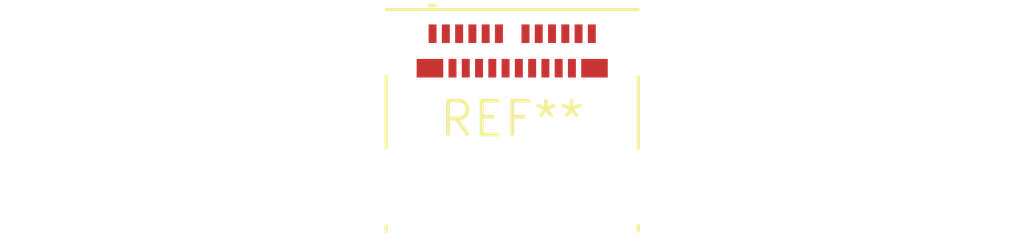
<source format=kicad_pcb>
(kicad_pcb (version 20240108) (generator pcbnew)
  (layers (0 "F.Cu" signal) (31 "B.Cu" signal) (34 "B.Paste" user) (35 "F.Paste" user) (36 "B.SilkS" user "B.Silkscreen") (37 "F.SilkS" user "F.Silkscreen") (38 "B.Mask" user) (39 "F.Mask" user) (44 "Edge.Cuts" user))
  (net 0 "")
  (footprint "USB_C_Receptacle_Molex_105450-0101" (layer "F.Cu") (at 0 0)
    (property "Reference" "REF**")
    (property "Value" "USB_C_Receptacle_Molex_105450-0101")
    (fp_line (start -4.75 -4.125) (end 4.75 -4.125) (layer "F.SilkS") (stroke (width 0.12)))
    (fp_line (start -4.75 -1.625) (end -4.75 1.075) (layer "F.SilkS") (stroke (width 0.12)))
    (fp_line (start -4.75 4.235) (end -4.75 4.025) (layer "F.SilkS") (stroke (width 0.12)))
    (fp_line (start -3.125 -4.275) (end -2.9 -4.275) (layer "F.SilkS") (stroke (width 0.12)))
    (fp_line (start 4.75 1.125) (end 4.75 -1.6) (layer "F.SilkS") (stroke (width 0.12)))
    (fp_line (start 4.75 4.225) (end 4.75 4) (layer "F.SilkS") (stroke (width 0.12)))
    (pad "A1" smd rect (at -3 -3.215) (size 0.3 0.7) (layers "F.Cu" "F.Paste" "F.Mask"))
    (pad "A2" smd rect (at -2.5 -3.215) (size 0.3 0.7) (layers "F.Cu" "F.Paste" "F.Mask"))
    (pad "A3" smd rect (at -2 -3.215) (size 0.3 0.7) (layers "F.Cu" "F.Paste" "F.Mask"))
    (pad "A4" smd rect (at -1.5 -3.215) (size 0.3 0.7) (layers "F.Cu" "F.Paste" "F.Mask"))
    (pad "A5" smd rect (at -1 -3.215) (size 0.3 0.7) (layers "F.Cu" "F.Paste" "F.Mask"))
    (pad "A6" smd rect (at -0.5 -3.215) (size 0.3 0.7) (layers "F.Cu" "F.Paste" "F.Mask"))
    (pad "A7" smd rect (at 0.5 -3.215) (size 0.3 0.7) (layers "F.Cu" "F.Paste" "F.Mask"))
    (pad "A8" smd rect (at 1 -3.215) (size 0.3 0.7) (layers "F.Cu" "F.Paste" "F.Mask"))
    (pad "A9" smd rect (at 1.5 -3.215) (size 0.3 0.7) (layers "F.Cu" "F.Paste" "F.Mask"))
    (pad "A10" smd rect (at 2 -3.215) (size 0.3 0.7) (layers "F.Cu" "F.Paste" "F.Mask"))
    (pad "A11" smd rect (at 2.5 -3.215) (size 0.3 0.7) (layers "F.Cu" "F.Paste" "F.Mask"))
    (pad "A12" smd rect (at 3 -3.215) (size 0.3 0.7) (layers "F.Cu" "F.Paste" "F.Mask"))
    (pad "B1" smd rect (at 3.1 -1.915) (size 1 0.7) (layers "F.Cu" "F.Paste" "F.Mask"))
    (pad "B2" smd rect (at 2.25 -1.915) (size 0.3 0.7) (layers "F.Cu" "F.Paste" "F.Mask"))
    (pad "B3" smd rect (at 1.75 -1.915) (size 0.3 0.7) (layers "F.Cu" "F.Paste" "F.Mask"))
    (pad "B4" smd rect (at 1.25 -1.915) (size 0.3 0.7) (layers "F.Cu" "F.Paste" "F.Mask"))
    (pad "B5" smd rect (at 0.75 -1.915) (size 0.3 0.7) (layers "F.Cu" "F.Paste" "F.Mask"))
    (pad "B6" smd rect (at 0.25 -1.915) (size 0.3 0.7) (layers "F.Cu" "F.Paste" "F.Mask"))
    (pad "B7" smd rect (at -0.25 -1.915) (size 0.3 0.7) (layers "F.Cu" "F.Paste" "F.Mask"))
    (pad "B8" smd rect (at -0.75 -1.915) (size 0.3 0.7) (layers "F.Cu" "F.Paste" "F.Mask"))
    (pad "B9" smd rect (at -1.25 -1.915) (size 0.3 0.7) (layers "F.Cu" "F.Paste" "F.Mask"))
    (pad "B10" smd rect (at -1.75 -1.915) (size 0.3 0.7) (layers "F.Cu" "F.Paste" "F.Mask"))
    (pad "B11" smd rect (at -2.25 -1.915) (size 0.3 0.7) (layers "F.Cu" "F.Paste" "F.Mask"))
    (pad "B12" smd rect (at -3.1 -1.915) (size 1 0.7) (layers "F.Cu" "F.Paste" "F.Mask"))
    (pad "S1" thru_hole oval (at -4.32 -2.805) (size 1.1 2.1) (drill oval 0.6 1.6) (layers *.Cu *.Mask) (remove_unused_layers))
    (pad "S1" thru_hole oval (at -4.32 2.555) (size 1.1 2.6) (drill oval 0.6 2.1) (layers *.Cu *.Mask) (remove_unused_layers))
    (pad "S1" thru_hole oval (at 4.32 -2.805) (size 1.1 2.1) (drill oval 0.6 1.6) (layers *.Cu *.Mask) (remove_unused_layers))
    (pad "S1" thru_hole oval (at 4.32 2.555) (size 1.1 2.6) (drill oval 0.6 2.1) (layers *.Cu *.Mask) (remove_unused_layers))
  )
)
</source>
